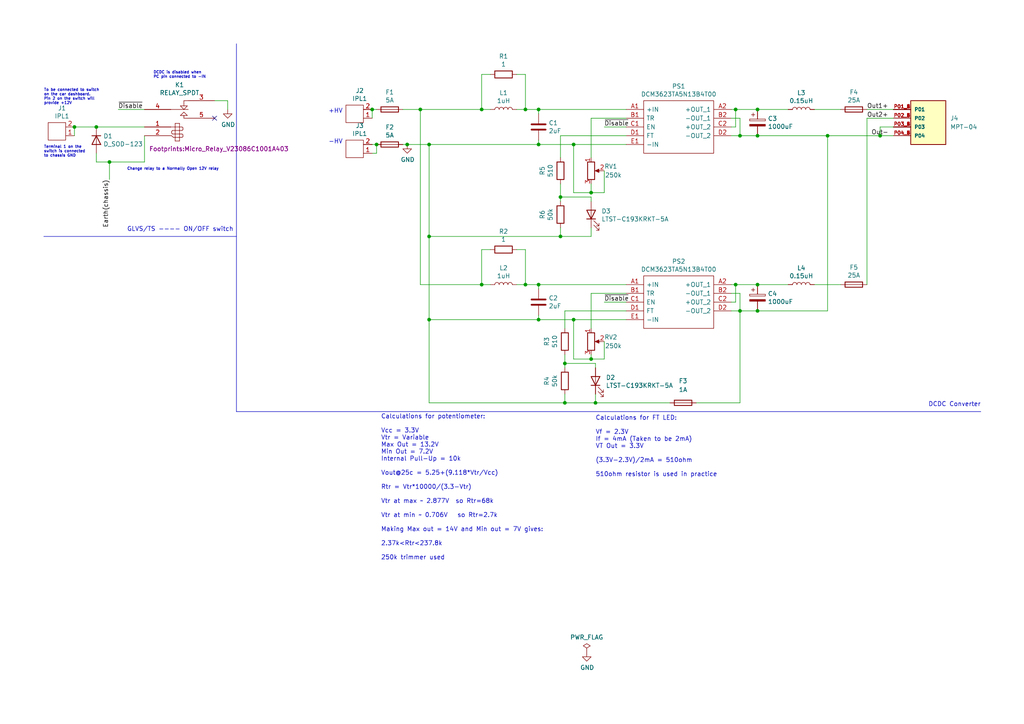
<source format=kicad_sch>
(kicad_sch (version 20220126) (generator eeschema)
  (paper "A4")
  (lib_symbols
    (symbol "DCDCPCB-rescue:IPL1-FormulaStudent-fs-dcdc-converter-rescue" (pin_names (offset 1.016))
      (property "Reference" "J" (at 0 3.81 0))
      (property "Value" "IPL1-FormulaStudent-fs-dcdc-converter-rescue" (at 0 -3.81 0))
      (symbol "IPL1-FormulaStudent-fs-dcdc-converter-rescue_0_1"
        (rectangle (start -2.54 -2.54) (end 2.54 2.54))
      )
      (symbol "IPL1-FormulaStudent-fs-dcdc-converter-rescue_1_1"
        (pin passive line (at -5.08 1.27 0) (length 2.54) (name "~") (number "1"))
        (pin passive line (at -5.08 -1.27 0) (length 2.54) (name "~") (number "2"))
      )
    )
    (symbol "DCDCPCB-rescue:RELAY_SPDT-FormulaStudent-fs-dcdc-converter-rescue" (pin_names (offset 1.016) hide)
      (property "Reference" "K" (at -1.27 2.54 0))
      (property "Value" "RELAY_SPDT-FormulaStudent-fs-dcdc-converter-rescue" (at 3.81 -12.7 0))
      (symbol "RELAY_SPDT-FormulaStudent-fs-dcdc-converter-rescue_0_1"
        (polyline (pts (xy -2.54 -8.89) (xy -2.286 -8.89)))
        (polyline (pts (xy -2.54 -6.35) (xy -1.27 -6.35)))
        (polyline (pts (xy -2.54 -1.27) (xy 1.27 -1.27)))
        (polyline (pts (xy -2.286 -8.89) (xy -1.778 -9.3726)))
        (polyline (pts (xy -2.286 -8.1026) (xy -2.286 -7.62)))
        (polyline (pts (xy -2.032 -8.382) (xy -2.286 -8.1026)))
        (polyline (pts (xy -2.032 -7.366) (xy -2.286 -7.62)))
        (polyline (pts (xy -1.778 -9.3726) (xy -1.27 -9.3726)))
        (polyline (pts (xy -1.27 -10.414) (xy -1.27 -5.3086)))
        (polyline (pts (xy -1.27 -8.382) (xy -2.032 -8.382)))
        (polyline (pts (xy -1.27 -8.382) (xy 0 -8.382)))
        (polyline (pts (xy -1.27 -7.366) (xy -2.032 -7.366)))
        (polyline (pts (xy -1.27 -6.35) (xy 0 -6.35)))
        (polyline (pts (xy -1.27 -5.3086) (xy 0 -5.3086)))
        (polyline (pts (xy 0 -10.414) (xy -1.27 -10.414)))
        (polyline (pts (xy 0 -9.3726) (xy -1.27 -9.3726)))
        (polyline (pts (xy 0 -9.3726) (xy 0.7366 -9.3726)))
        (polyline (pts (xy 0 -8.382) (xy 0.7366 -8.382)))
        (polyline (pts (xy 0 -7.366) (xy -1.27 -7.366)))
        (polyline (pts (xy 0 -7.366) (xy 0.7366 -7.366)))
        (polyline (pts (xy 0 -6.35) (xy 0.7366 -6.35)))
        (polyline (pts (xy 0 -5.3086) (xy 0 -10.414)))
        (polyline (pts (xy 0.254 -3.0226) (xy 2.2606 -3.0226)))
        (polyline (pts (xy 0.254 -0.2286) (xy 2.2606 -0.2286)))
        (polyline (pts (xy 0.7366 -9.3726) (xy 0.9906 -9.144)))
        (polyline (pts (xy 0.7366 -8.382) (xy 0.9906 -8.636)))
        (polyline (pts (xy 0.7366 -7.366) (xy 0.9906 -7.112)))
        (polyline (pts (xy 0.7366 -6.35) (xy 0.9906 -6.5786)))
        (polyline (pts (xy 0.9906 -9.144) (xy 0.9906 -8.636)))
        (polyline (pts (xy 0.9906 -6.5786) (xy 0.9906 -7.112)))
        (polyline (pts (xy 1.27 -3.81) (xy 1.27 -3.302)))
        (polyline (pts (xy 1.27 -3.302) (xy 1.27 -3.0226)))
        (polyline (pts (xy 1.27 -2.032) (xy 0.254 -3.0226)))
        (polyline (pts (xy 1.27 -1.27) (xy 0.254 -0.2286)))
        (polyline (pts (xy 1.27 -1.27) (xy 2.54 -1.27)))
        (polyline (pts (xy 1.27 1.27) (xy 1.27 -0.2286)))
        (polyline (pts (xy 1.27 1.27) (xy 2.54 1.27)))
        (polyline (pts (xy 2.2606 -3.0226) (xy 1.27 -2.032)))
        (polyline (pts (xy 2.2606 -0.2286) (xy 1.27 -1.27)))
        (polyline (pts (xy 2.54 -3.81) (xy 1.27 -3.81)))
      )
      (symbol "RELAY_SPDT-FormulaStudent-fs-dcdc-converter-rescue_1_1"
        (pin input line (at -10.16 -6.35 0) (length 7.62) (name "1") (number "1"))
        (pin input line (at -10.16 -8.89 0) (length 7.62) (name "2") (number "2"))
        (pin passive line (at 10.16 1.27 180) (length 7.62) (name "R1") (number "3"))
        (pin passive line (at -10.16 -1.27 0) (length 7.62) (name "C1") (number "4"))
        (pin passive line (at 10.16 -3.81 180) (length 7.62) (name "T1") (number "5"))
      )
    )
    (symbol "DCM3623TA5N13B4T00:DCM3623TA5N13B4T00" (pin_names (offset 0.762))
      (property "Reference" "PS" (at 26.67 7.62 0))
      (property "Value" "DCM3623TA5N13B4T00_DCM3623TA5N13B4T00" (at 26.67 5.08 0))
      (symbol "DCM3623TA5N13B4T00_0_0"
        (pin passive line (at 0 0 0) (length 5.08) (name "+IN") (number "A1"))
        (pin passive line (at 30.48 0 180) (length 5.08) (name "+OUT_1") (number "A2"))
        (pin passive line (at 0 -2.54 0) (length 5.08) (name "TR") (number "B1"))
        (pin passive line (at 30.48 -2.54 180) (length 5.08) (name "-OUT_1") (number "B2"))
        (pin passive line (at 0 -5.08 0) (length 5.08) (name "EN") (number "C1"))
        (pin passive line (at 30.48 -5.08 180) (length 5.08) (name "+OUT_2") (number "C2"))
        (pin passive line (at 0 -7.62 0) (length 5.08) (name "FT") (number "D1"))
        (pin passive line (at 30.48 -7.62 180) (length 5.08) (name "-OUT_2") (number "D2"))
        (pin passive line (at 0 -10.16 0) (length 5.08) (name "-IN") (number "E1"))
      )
      (symbol "DCM3623TA5N13B4T00_0_1"
        (polyline (pts (xy 5.08 2.54) (xy 25.4 2.54) (xy 25.4 -12.7) (xy 5.08 -12.7) (xy 5.08 2.54)) (stroke (width 0.1524)))
      )
    )
    (symbol "Device:C" (pin_numbers hide) (pin_names (offset 0.254))
      (property "Reference" "C" (at 0.635 2.54 0))
      (property "Value" "C" (at 0.635 -2.54 0))
      (symbol "C_0_1"
        (polyline (pts (xy -2.032 -0.762) (xy 2.032 -0.762)) (stroke (width 0.508)))
        (polyline (pts (xy -2.032 0.762) (xy 2.032 0.762)) (stroke (width 0.508)))
      )
      (symbol "C_1_1"
        (pin passive line (at 0 3.81 270) (length 2.794) (name "~") (number "1"))
        (pin passive line (at 0 -3.81 90) (length 2.794) (name "~") (number "2"))
      )
    )
    (symbol "Device:CP" (pin_numbers hide) (pin_names (offset 0.254))
      (property "Reference" "C" (at 0.635 2.54 0))
      (property "Value" "Device_CP" (at 0.635 -2.54 0))
      (symbol "CP_0_1"
        (rectangle (start -2.286 0.508) (end 2.286 1.016))
        (polyline (pts (xy -1.778 2.286) (xy -0.762 2.286)))
        (polyline (pts (xy -1.27 2.794) (xy -1.27 1.778)))
        (rectangle (start 2.286 -0.508) (end -2.286 -1.016) (fill (type outline)))
      )
      (symbol "CP_1_1"
        (pin passive line (at 0 3.81 270) (length 2.794) (name "~") (number "1"))
        (pin passive line (at 0 -3.81 90) (length 2.794) (name "~") (number "2"))
      )
    )
    (symbol "Device:D" (pin_numbers hide) (pin_names (offset 1.016) hide)
      (property "Reference" "D" (at 0 2.54 0))
      (property "Value" "D" (at 0 -2.54 0))
      (symbol "D_0_1"
        (polyline (pts (xy -1.27 1.27) (xy -1.27 -1.27)) (stroke (width 0.254)))
        (polyline (pts (xy 1.27 0) (xy -1.27 0)))
        (polyline (pts (xy 1.27 1.27) (xy 1.27 -1.27) (xy -1.27 0) (xy 1.27 1.27)) (stroke (width 0.254)))
      )
      (symbol "D_1_1"
        (pin passive line (at -3.81 0 0) (length 2.54) (name "K") (number "1"))
        (pin passive line (at 3.81 0 180) (length 2.54) (name "A") (number "2"))
      )
    )
    (symbol "Device:Fuse" (pin_numbers hide) (pin_names (offset 0))
      (property "Reference" "F" (at 2.032 0 90))
      (property "Value" "Fuse" (at -1.905 0 90))
      (symbol "Fuse_0_1"
        (rectangle (start -0.762 -2.54) (end 0.762 2.54) (stroke (width 0.254)))
        (polyline (pts (xy 0 2.54) (xy 0 -2.54)))
      )
      (symbol "Fuse_1_1"
        (pin passive line (at 0 3.81 270) (length 1.27) (name "~") (number "1"))
        (pin passive line (at 0 -3.81 90) (length 1.27) (name "~") (number "2"))
      )
    )
    (symbol "Device:L" (pin_numbers hide) (pin_names (offset 1.016) hide)
      (property "Reference" "L" (at -1.27 0 90))
      (property "Value" "L" (at 1.905 0 90))
      (symbol "L_0_1"
        (arc (start 0 -2.54) (mid 0.6323 -1.905) (end 0 -1.27))
        (arc (start 0 -1.27) (mid 0.6323 -0.635) (end 0 0))
        (arc (start 0 0) (mid 0.6323 0.635) (end 0 1.27))
        (arc (start 0 1.27) (mid 0.6323 1.905) (end 0 2.54))
      )
      (symbol "L_1_1"
        (pin passive line (at 0 3.81 270) (length 1.27) (name "1") (number "1"))
        (pin passive line (at 0 -3.81 90) (length 1.27) (name "2") (number "2"))
      )
    )
    (symbol "Device:LED" (pin_numbers hide) (pin_names (offset 1.016) hide)
      (property "Reference" "D" (at 0 2.54 0))
      (property "Value" "LED" (at 0 -2.54 0))
      (symbol "LED_0_1"
        (polyline (pts (xy -1.27 -1.27) (xy -1.27 1.27)) (stroke (width 0.254)))
        (polyline (pts (xy -1.27 0) (xy 1.27 0)))
        (polyline (pts (xy 1.27 -1.27) (xy 1.27 1.27) (xy -1.27 0) (xy 1.27 -1.27)) (stroke (width 0.254)))
        (polyline (pts (xy -3.048 -0.762) (xy -4.572 -2.286) (xy -3.81 -2.286) (xy -4.572 -2.286) (xy -4.572 -1.524)))
        (polyline (pts (xy -1.778 -0.762) (xy -3.302 -2.286) (xy -2.54 -2.286) (xy -3.302 -2.286) (xy -3.302 -1.524)))
      )
      (symbol "LED_1_1"
        (pin passive line (at -3.81 0 0) (length 2.54) (name "K") (number "1"))
        (pin passive line (at 3.81 0 180) (length 2.54) (name "A") (number "2"))
      )
    )
    (symbol "Device:R" (pin_numbers hide) (pin_names (offset 0))
      (property "Reference" "R" (at 2.032 0 90))
      (property "Value" "R" (at 0 0 90))
      (symbol "R_0_1"
        (rectangle (start -1.016 -2.54) (end 1.016 2.54) (stroke (width 0.254)))
      )
      (symbol "R_1_1"
        (pin passive line (at 0 3.81 270) (length 1.27) (name "~") (number "1"))
        (pin passive line (at 0 -3.81 90) (length 1.27) (name "~") (number "2"))
      )
    )
    (symbol "Device:R_Potentiometer" (pin_names (offset 1.016) hide)
      (property "Reference" "RV" (at -4.445 0 90))
      (property "Value" "R_Potentiometer" (at -2.54 0 90))
      (symbol "R_Potentiometer_0_1"
        (polyline (pts (xy 2.54 0) (xy 1.524 0)))
        (polyline (pts (xy 1.143 0) (xy 2.286 0.508) (xy 2.286 -0.508) (xy 1.143 0)) (fill (type outline)))
        (rectangle (start 1.016 2.54) (end -1.016 -2.54) (stroke (width 0.254)))
      )
      (symbol "R_Potentiometer_1_1"
        (pin passive line (at 0 3.81 270) (length 1.27) (name "1") (number "1"))
        (pin passive line (at 3.81 0 180) (length 1.27) (name "2") (number "2"))
        (pin passive line (at 0 -3.81 90) (length 1.27) (name "3") (number "3"))
      )
    )
    (symbol "MPT-04-6.30-XX-X-V:MPT-04-6.30-XX-X-V" (pin_names (offset 1.016))
      (property "Reference" "J" (at -5.08 6.35 0))
      (property "Value" "MPT-04-6.30-XX-X-V" (at -5.08 -10.16 0))
      (symbol "MPT-04-6.30-XX-X-V_0_0"
        (rectangle (start -5.08 -7.62) (end 5.08 5.08) (stroke (width 0.254)) (fill (type background)))
        (pin power_in line (at -10.16 2.54 0) (length 5.08) (name "P01") (number "P01_1"))
        (pin power_in line (at -10.16 2.54 0) (length 5.08) (name "P01") (number "P01_2"))
        (pin power_in line (at -10.16 2.54 0) (length 5.08) (name "P01") (number "P01_3"))
        (pin power_in line (at -10.16 2.54 0) (length 5.08) (name "P01") (number "P01_4"))
        (pin power_in line (at -10.16 2.54 0) (length 5.08) (name "P01") (number "P01_5"))
        (pin power_in line (at -10.16 2.54 0) (length 5.08) (name "P01") (number "P01_6"))
        (pin power_in line (at -10.16 0 0) (length 5.08) (name "P02") (number "P02_1"))
        (pin power_in line (at -10.16 0 0) (length 5.08) (name "P02") (number "P02_2"))
        (pin power_in line (at -10.16 0 0) (length 5.08) (name "P02") (number "P02_3"))
        (pin power_in line (at -10.16 0 0) (length 5.08) (name "P02") (number "P02_4"))
        (pin power_in line (at -10.16 0 0) (length 5.08) (name "P02") (number "P02_5"))
        (pin power_in line (at -10.16 0 0) (length 5.08) (name "P02") (number "P02_6"))
        (pin power_in line (at -10.16 -2.54 0) (length 5.08) (name "P03") (number "P03_1"))
        (pin power_in line (at -10.16 -2.54 0) (length 5.08) (name "P03") (number "P03_2"))
        (pin power_in line (at -10.16 -2.54 0) (length 5.08) (name "P03") (number "P03_3"))
        (pin power_in line (at -10.16 -2.54 0) (length 5.08) (name "P03") (number "P03_4"))
        (pin power_in line (at -10.16 -2.54 0) (length 5.08) (name "P03") (number "P03_5"))
        (pin power_in line (at -10.16 -2.54 0) (length 5.08) (name "P03") (number "P03_6"))
        (pin power_in line (at -10.16 -5.08 0) (length 5.08) (name "P04") (number "P04_1"))
        (pin power_in line (at -10.16 -5.08 0) (length 5.08) (name "P04") (number "P04_2"))
        (pin power_in line (at -10.16 -5.08 0) (length 5.08) (name "P04") (number "P04_3"))
        (pin power_in line (at -10.16 -5.08 0) (length 5.08) (name "P04") (number "P04_4"))
        (pin power_in line (at -10.16 -5.08 0) (length 5.08) (name "P04") (number "P04_5"))
        (pin power_in line (at -10.16 -5.08 0) (length 5.08) (name "P04") (number "P04_6"))
      )
    )
    (symbol "power:GND" (power) (pin_names (offset 0))
      (property "Value" "GND" (at 0 -3.81 0))
      (symbol "GND_0_1"
        (polyline (pts (xy 0 0) (xy 0 -1.27) (xy 1.27 -1.27) (xy 0 -2.54) (xy -1.27 -1.27) (xy 0 -1.27)))
      )
      (symbol "GND_1_1"
        (pin power_in line (at 0 0 270) (length 0) hide (name "GND") (number "1"))
      )
    )
    (symbol "power:PWR_FLAG" (power) (pin_numbers hide) (pin_names (offset 0) hide)
      (property "Value" "PWR_FLAG" (at 0 3.81 0))
      (symbol "PWR_FLAG_0_0"
        (pin power_out line (at 0 0 90) (length 0) (name "pwr") (number "1"))
      )
      (symbol "PWR_FLAG_0_1"
        (polyline (pts (xy 0 0) (xy 0 1.27) (xy -1.016 1.905) (xy 0 2.54) (xy 1.016 1.905) (xy 0 1.27)))
      )
    )
  )
  (junction (at 213.36 82.55))
  (junction (at 121.92 31.75))
  (junction (at 152.4 82.55))
  (junction (at 240.03 39.37))
  (junction (at 107.95 31.75))
  (junction (at 255.27 39.37))
  (junction (at 219.71 90.17))
  (junction (at 163.83 105.41))
  (junction (at 139.7 82.55))
  (junction (at 156.21 41.91))
  (junction (at 124.46 92.71))
  (junction (at 156.21 92.71))
  (junction (at 27.94 36.83))
  (junction (at 214.63 39.37))
  (junction (at 162.56 57.15))
  (junction (at 118.11 41.91))
  (junction (at 171.45 55.88))
  (junction (at 166.37 92.71))
  (junction (at 152.4 31.75))
  (junction (at 219.71 39.37))
  (junction (at 172.72 116.84))
  (junction (at 213.36 31.75))
  (junction (at 156.21 31.75))
  (junction (at 21.59 36.83))
  (junction (at 156.21 82.55))
  (junction (at 166.37 41.91))
  (junction (at 31.75 46.99))
  (junction (at 162.56 68.58))
  (junction (at 171.45 104.14))
  (junction (at 139.7 31.75))
  (junction (at 124.46 68.58))
  (junction (at 163.83 116.84))
  (junction (at 109.22 41.91))
  (junction (at 124.46 41.91))
  (junction (at 219.71 31.75))
  (junction (at 214.63 90.17))
  (junction (at 219.71 82.55))
  (no_connect (at 62.23 34.29))
  (wire (pts (xy 156.21 92.71) (xy 166.37 92.71)))
  (wire (pts (xy 152.4 82.55) (xy 156.21 82.55)))
  (wire (pts (xy 212.09 82.55) (xy 213.36 82.55)))
  (wire (pts (xy 251.46 31.75) (xy 259.08 31.75)))
  (wire (pts (xy 162.56 53.34) (xy 162.56 57.15)))
  (wire (pts (xy 175.26 49.53) (xy 175.26 55.88)))
  (wire (pts (xy 171.45 34.29) (xy 171.45 45.72)))
  (wire (pts (xy 213.36 36.83) (xy 213.36 31.75)))
  (wire (pts (xy 228.6 82.55) (xy 219.71 82.55)))
  (wire (pts (xy 109.22 41.91) (xy 109.22 44.45)))
  (wire (pts (xy 255.27 36.83) (xy 255.27 39.37)))
  (wire (pts (xy 41.91 39.37) (xy 41.91 46.99)))
  (wire (pts (xy 41.91 31.75) (xy 34.29 31.75)))
  (wire (pts (xy 212.09 36.83) (xy 213.36 36.83)))
  (wire (pts (xy 213.36 87.63) (xy 213.36 82.55)))
  (wire (pts (xy 124.46 92.71) (xy 124.46 116.84)))
  (wire (pts (xy 156.21 41.91) (xy 156.21 40.64)))
  (wire (pts (xy 142.24 72.39) (xy 139.7 72.39)))
  (wire (pts (xy 236.22 31.75) (xy 243.84 31.75)))
  (wire (pts (xy 142.24 31.75) (xy 139.7 31.75)))
  (wire (pts (xy 171.45 104.14) (xy 171.45 102.87)))
  (wire (pts (xy 201.93 116.84) (xy 214.63 116.84)))
  (wire (pts (xy 163.83 95.25) (xy 163.83 90.17)))
  (wire (pts (xy 163.83 114.3) (xy 163.83 116.84)))
  (wire (pts (xy 139.7 21.59) (xy 142.24 21.59)))
  (wire (pts (xy 162.56 45.72) (xy 162.56 39.37)))
  (wire (pts (xy 181.61 34.29) (xy 171.45 34.29)))
  (wire (pts (xy 124.46 116.84) (xy 163.83 116.84)))
  (wire (pts (xy 213.36 82.55) (xy 219.71 82.55)))
  (wire (pts (xy 172.72 116.84) (xy 194.31 116.84)))
  (wire (pts (xy 175.26 55.88) (xy 171.45 55.88)))
  (wire (pts (xy 162.56 39.37) (xy 181.61 39.37)))
  (wire (pts (xy 107.95 31.75) (xy 109.22 31.75)))
  (polyline (pts (xy 12.7 68.58) (xy 68.58 68.58)))
  (wire (pts (xy 139.7 31.75) (xy 139.7 21.59)))
  (wire (pts (xy 214.63 116.84) (xy 214.63 90.17)))
  (wire (pts (xy 149.86 31.75) (xy 152.4 31.75)))
  (wire (pts (xy 219.71 90.17) (xy 214.63 90.17)))
  (wire (pts (xy 259.08 34.29) (xy 251.46 34.29)))
  (wire (pts (xy 166.37 41.91) (xy 181.61 41.91)))
  (wire (pts (xy 152.4 31.75) (xy 156.21 31.75)))
  (wire (pts (xy 171.45 58.42) (xy 171.45 57.15)))
  (wire (pts (xy 240.03 39.37) (xy 255.27 39.37)))
  (wire (pts (xy 156.21 83.82) (xy 156.21 82.55)))
  (wire (pts (xy 139.7 72.39) (xy 139.7 82.55)))
  (wire (pts (xy 162.56 57.15) (xy 162.56 58.42)))
  (wire (pts (xy 171.45 53.34) (xy 171.45 55.88)))
  (wire (pts (xy 163.83 105.41) (xy 163.83 102.87)))
  (wire (pts (xy 171.45 55.88) (xy 166.37 55.88)))
  (wire (pts (xy 240.03 39.37) (xy 240.03 90.17)))
  (wire (pts (xy 163.83 90.17) (xy 181.61 90.17)))
  (wire (pts (xy 181.61 36.83) (xy 175.26 36.83)))
  (wire (pts (xy 109.22 41.91) (xy 107.95 41.91)))
  (wire (pts (xy 124.46 68.58) (xy 124.46 92.71)))
  (wire (pts (xy 163.83 116.84) (xy 172.72 116.84)))
  (wire (pts (xy 124.46 68.58) (xy 162.56 68.58)))
  (wire (pts (xy 172.72 106.68) (xy 172.72 105.41)))
  (wire (pts (xy 255.27 39.37) (xy 259.08 39.37)))
  (wire (pts (xy 212.09 31.75) (xy 213.36 31.75)))
  (polyline (pts (xy 68.58 119.38) (xy 284.48 119.38)))
  (wire (pts (xy 219.71 31.75) (xy 228.6 31.75)))
  (wire (pts (xy 121.92 31.75) (xy 139.7 31.75)))
  (wire (pts (xy 152.4 21.59) (xy 152.4 31.75)))
  (wire (pts (xy 21.59 36.83) (xy 27.94 36.83)))
  (wire (pts (xy 175.26 104.14) (xy 171.45 104.14)))
  (wire (pts (xy 162.56 68.58) (xy 162.56 66.04)))
  (wire (pts (xy 162.56 57.15) (xy 171.45 57.15)))
  (wire (pts (xy 156.21 31.75) (xy 156.21 33.02)))
  (wire (pts (xy 62.23 29.21) (xy 66.04 29.21)))
  (wire (pts (xy 212.09 34.29) (xy 214.63 34.29)))
  (wire (pts (xy 149.86 21.59) (xy 152.4 21.59)))
  (wire (pts (xy 259.08 36.83) (xy 255.27 36.83)))
  (polyline (pts (xy 68.58 12.7) (xy 68.58 119.38)))
  (wire (pts (xy 156.21 82.55) (xy 181.61 82.55)))
  (wire (pts (xy 107.95 34.29) (xy 107.95 31.75)))
  (wire (pts (xy 166.37 55.88) (xy 166.37 41.91)))
  (wire (pts (xy 152.4 72.39) (xy 152.4 82.55)))
  (wire (pts (xy 116.84 41.91) (xy 118.11 41.91)))
  (wire (pts (xy 107.95 44.45) (xy 109.22 44.45)))
  (wire (pts (xy 156.21 41.91) (xy 166.37 41.91)))
  (wire (pts (xy 175.26 99.06) (xy 175.26 104.14)))
  (wire (pts (xy 212.09 90.17) (xy 214.63 90.17)))
  (wire (pts (xy 156.21 92.71) (xy 156.21 91.44)))
  (wire (pts (xy 124.46 92.71) (xy 156.21 92.71)))
  (wire (pts (xy 181.61 87.63) (xy 175.26 87.63)))
  (wire (pts (xy 124.46 41.91) (xy 124.46 68.58)))
  (wire (pts (xy 156.21 41.91) (xy 124.46 41.91)))
  (wire (pts (xy 219.71 39.37) (xy 214.63 39.37)))
  (wire (pts (xy 31.75 46.99) (xy 41.91 46.99)))
  (wire (pts (xy 149.86 72.39) (xy 152.4 72.39)))
  (wire (pts (xy 156.21 31.75) (xy 181.61 31.75)))
  (wire (pts (xy 166.37 104.14) (xy 166.37 92.71)))
  (wire (pts (xy 149.86 82.55) (xy 152.4 82.55)))
  (wire (pts (xy 181.61 85.09) (xy 171.45 85.09)))
  (wire (pts (xy 41.91 36.83) (xy 27.94 36.83)))
  (wire (pts (xy 139.7 82.55) (xy 142.24 82.55)))
  (wire (pts (xy 251.46 34.29) (xy 251.46 82.55)))
  (wire (pts (xy 171.45 104.14) (xy 166.37 104.14)))
  (wire (pts (xy 121.92 31.75) (xy 121.92 82.55)))
  (wire (pts (xy 116.84 31.75) (xy 121.92 31.75)))
  (wire (pts (xy 172.72 116.84) (xy 172.72 114.3)))
  (wire (pts (xy 240.03 39.37) (xy 219.71 39.37)))
  (wire (pts (xy 121.92 82.55) (xy 139.7 82.55)))
  (wire (pts (xy 214.63 85.09) (xy 212.09 85.09)))
  (wire (pts (xy 236.22 82.55) (xy 243.84 82.55)))
  (wire (pts (xy 163.83 106.68) (xy 163.83 105.41)))
  (wire (pts (xy 172.72 105.41) (xy 163.83 105.41)))
  (wire (pts (xy 214.63 39.37) (xy 214.63 34.29)))
  (wire (pts (xy 27.94 46.99) (xy 27.94 44.45)))
  (wire (pts (xy 240.03 90.17) (xy 219.71 90.17)))
  (wire (pts (xy 118.11 41.91) (xy 124.46 41.91)))
  (wire (pts (xy 214.63 90.17) (xy 214.63 85.09)))
  (wire (pts (xy 66.04 29.21) (xy 66.04 31.75)))
  (wire (pts (xy 27.94 46.99) (xy 31.75 46.99)))
  (wire (pts (xy 213.36 31.75) (xy 219.71 31.75)))
  (wire (pts (xy 212.09 39.37) (xy 214.63 39.37)))
  (wire (pts (xy 212.09 87.63) (xy 213.36 87.63)))
  (wire (pts (xy 31.75 52.07) (xy 31.75 46.99)))
  (wire (pts (xy 171.45 85.09) (xy 171.45 95.25)))
  (wire (pts (xy 21.59 39.37) (xy 21.59 36.83)))
  (wire (pts (xy 171.45 68.58) (xy 162.56 68.58)))
  (wire (pts (xy 171.45 66.04) (xy 171.45 68.58)))
  (wire (pts (xy 166.37 92.71) (xy 181.61 92.71)))
  (text "+HV\n" (at 95.25 33.02 0) (effects (font (size 1.27 1.27)) (justify left bottom)))
  (text "Calculations for FT LED:\n\nVf = 2.3V\nIf = 4mA (Taken to be 2mA)\nVT Out = 3.3V\n\n(3.3V-2.3V)/2mA = 510ohm\n\n510ohm resistor is used in practice" (at 172.72 138.43 0) (effects (font (size 1.27 1.27)) (justify left bottom)))
  (text "Calculations for potentiometer:\n\nVcc = 3.3V\nVtr = Variable\nMax Out = 13.2V\nMin Out = 7.2V\nInternal Pull-Up = 10k\n\nVout@25c = 5.25+(9.118*Vtr/Vcc)\n\nRtr = Vtr*10000/(3.3-Vtr)\n\nVtr at max ~ 2.877V  so Rtr=68k\n\nVtr at min ~ 0.706V   so Rtr=2.7k\n\nMaking Max out = 14V and Min out = 7V gives:\n\n2.37k<Rtr<237.8k\n\n250k trimmer used" (at 110.49 162.56 0) (effects (font (size 1.27 1.27)) (justify left bottom)))
  (text "Terminal 1 on the\nswitch is connected \nto chassis GND" (at 12.7 45.72 0) (effects (font (size 0.7874 0.7874)) (justify left bottom)))
  (text "Change relay to a Normally Open 12V relay\n" (at 36.83 49.53 0) (effects (font (size 0.7874 0.7874)) (justify left bottom)))
  (text "To be connected to switch \non the car dashboard.\nPin 2 on the switch will \nprovide +12V" (at 12.7 30.48 0) (effects (font (size 0.7874 0.7874)) (justify left bottom)))
  (text "DCDC is disabled when\nPC pin connected to -IN" (at 44.45 22.86 0) (effects (font (size 0.7874 0.7874)) (justify left bottom)))
  (text "DCDC Converter\n" (at 269.24 118.11 0) (effects (font (size 1.27 1.27)) (justify left bottom)))
  (text "-HV\n" (at 95.25 41.91 0) (effects (font (size 1.27 1.27)) (justify left bottom)))
  (text "GLVS/TS ---- ON/OFF switch\n" (at 36.83 67.31 0) (effects (font (size 1.27 1.27)) (justify left bottom)))
  (label "~{Disable}" (at 175.26 36.83 0))
  (label "Out2+" (at 251.46 34.29 0))
  (label "Earth(chassis)" (at 31.75 52.07 90))
  (label "Out1+" (at 251.46 31.75 0))
  (label "Out-" (at 252.73 39.37 0))
  (label "~{Disable}" (at 175.26 87.63 0))
  (label "~{Disable}" (at 34.29 31.75 0))
  (symbol (lib_id "DCM3623TA5N13B4T00:DCM3623TA5N13B4T00") (at 181.61 31.75 0) (unit 1)
    (property "Reference" "PS1" (at 196.85 25.019 0))
    (property "Value" "DCM3623TA5N13B4T00" (at 196.85 27.3304 0))
    (property "Footprint" "Footprints:DCM3623TA5N13B4T00Heatsink" (effects hide))
    (property "Datasheet" "http://www.vicorpower.com/documents/datasheets/DCM3623xA5N13B4yzz_ds.pdf" (effects hide))
    (property "Description" "DC DC CONVERTER 12V 240W" (effects hide))
    (property "Height" "7.31" (effects hide))
    (property "Manufacturer_Name" "VICOR" (effects hide))
    (property "Manufacturer_Part_Number" "DCM3623TA5N13B4T00" (effects hide))
    (property "Mouser Part Number" "492-DCM3623TA513B4T0" (effects hide))
    (property "Mouser Price/Stock" "https://www.mouser.co.uk/ProductDetail/Vicor/DCM3623TA5N13B4T00?qs=W0yvOO0ixfHcLrgDOyG9Yg%3D%3D" (effects hide))
  )
  (symbol (lib_id "Device:Fuse") (at 113.03 31.75 270) (unit 1)
    (property "Reference" "F1" (at 113.03 26.7462 90))
    (property "Value" "5A" (at 113.03 29.0576 90))
    (property "Footprint" "Footprints:PCB_Fuse_Holder_MC_69_0013" (effects hide))
  )
  (symbol (lib_id "DCM3623TA5N13B4T00:DCM3623TA5N13B4T00") (at 181.61 82.55 0) (unit 1)
    (property "Reference" "PS2" (at 196.85 75.819 0))
    (property "Value" "DCM3623TA5N13B4T00" (at 196.85 78.1304 0))
    (property "Footprint" "Footprints:DCM3623TA5N13B4T00Heatsink" (effects hide))
    (property "Datasheet" "http://www.vicorpower.com/documents/datasheets/DCM3623xA5N13B4yzz_ds.pdf" (effects hide))
    (property "Description" "DC DC CONVERTER 12V 240W" (effects hide))
    (property "Height" "7.31" (effects hide))
    (property "Manufacturer_Name" "VICOR" (effects hide))
    (property "Manufacturer_Part_Number" "DCM3623TA5N13B4T00" (effects hide))
    (property "Mouser Part Number" "492-DCM3623TA513B4T0" (effects hide))
    (property "Mouser Price/Stock" "https://www.mouser.co.uk/ProductDetail/Vicor/DCM3623TA5N13B4T00?qs=W0yvOO0ixfHcLrgDOyG9Yg%3D%3D" (effects hide))
  )
  (symbol (lib_id "Device:L") (at 146.05 31.75 90) (unit 1)
    (property "Reference" "L1" (at 146.05 26.924 90))
    (property "Value" "1uH" (at 146.05 29.2354 90))
    (property "Footprint" "Footprints:1uHInductor" (effects hide))
  )
  (symbol (lib_id "Device:R") (at 146.05 21.59 270) (unit 1)
    (property "Reference" "R1" (at 146.05 16.3322 90))
    (property "Value" "1" (at 146.05 18.6436 90))
    (property "Footprint" "Resistor_SMD:R_1206_3216Metric" (effects hide))
  )
  (symbol (lib_id "Device:C") (at 156.21 36.83 0) (unit 1)
    (property "Reference" "C1" (at 159.131 35.6616 0) (effects (justify left)))
    (property "Value" "2uF" (at 159.131 37.973 0) (effects (justify left)))
    (property "Footprint" "Capacitor_SMD:C_2220_5650Metric" (effects hide))
  )
  (symbol (lib_id "Device:CP") (at 219.71 35.56 0) (unit 1)
    (property "Reference" "C3" (at 222.7072 34.3916 0) (effects (justify left)))
    (property "Value" "1000uF" (at 222.7072 36.703 0) (effects (justify left)))
    (property "Footprint" "Footprints:CAP_EEVTG1E102M" (effects hide))
  )
  (symbol (lib_id "Device:L") (at 232.41 31.75 90) (unit 1)
    (property "Reference" "L3" (at 232.41 26.924 90))
    (property "Value" "0.15uH" (at 232.41 29.2354 90))
    (property "Footprint" "Footprints:0.15UInductor" (effects hide))
  )
  (symbol (lib_id "Device:CP") (at 219.71 86.36 0) (unit 1)
    (property "Reference" "C4" (at 222.7072 85.1916 0) (effects (justify left)))
    (property "Value" "1000uF" (at 222.7072 87.503 0) (effects (justify left)))
    (property "Footprint" "Footprints:CAP_EEVTG1E102M" (effects hide))
  )
  (symbol (lib_id "Device:L") (at 232.41 82.55 90) (unit 1)
    (property "Reference" "L4" (at 232.41 77.724 90))
    (property "Value" "0.15uH" (at 232.41 80.0354 90))
    (property "Footprint" "Footprints:0.15UInductor" (effects hide))
  )
  (symbol (lib_id "Device:L") (at 146.05 82.55 90) (unit 1)
    (property "Reference" "L2" (at 146.05 77.724 90))
    (property "Value" "1uH" (at 146.05 80.0354 90))
    (property "Footprint" "Footprints:1uHInductor" (effects hide))
  )
  (symbol (lib_id "Device:R") (at 146.05 72.39 270) (unit 1)
    (property "Reference" "R2" (at 146.05 67.1322 90))
    (property "Value" "1" (at 146.05 69.4436 90))
    (property "Footprint" "Resistor_SMD:R_1206_3216Metric" (effects hide))
  )
  (symbol (lib_id "Device:C") (at 156.21 87.63 0) (unit 1)
    (property "Reference" "C2" (at 159.131 86.4616 0) (effects (justify left)))
    (property "Value" "2uF" (at 159.131 88.773 0) (effects (justify left)))
    (property "Footprint" "Capacitor_SMD:C_2220_5650Metric" (effects hide))
  )
  (symbol (lib_id "DCDCPCB-rescue:IPL1-FormulaStudent-fs-dcdc-converter-rescue") (at 16.51 38.1 180) (unit 1)
    (property "Reference" "J1" (at 17.9832 31.369 0))
    (property "Value" "IPL1" (at 17.9832 33.6804 0))
    (property "Footprint" "Footprints:SAMTEC_IPL1-102-01-L-S-K" (effects hide))
  )
  (symbol (lib_id "DCDCPCB-rescue:RELAY_SPDT-FormulaStudent-fs-dcdc-converter-rescue") (at 52.07 30.48 0) (unit 1)
    (property "Reference" "K1" (at 52.07 24.6126 0))
    (property "Value" "RELAY_SPDT" (at 52.07 26.924 0))
    (property "Footprint" "Footprints:Micro_Relay_V23086C1001A403" (at 63.5 43.18 0))
  )
  (symbol (lib_id "DCDCPCB-rescue:IPL1-FormulaStudent-fs-dcdc-converter-rescue") (at 102.87 33.02 180) (unit 1)
    (property "Reference" "J2" (at 104.3432 26.289 0))
    (property "Value" "IPL1" (at 104.3432 28.6004 0))
    (property "Footprint" "Footprints:SAMTEC_IPL1-102-01-L-S-K" (effects hide))
  )
  (symbol (lib_id "DCDCPCB-rescue:IPL1-FormulaStudent-fs-dcdc-converter-rescue") (at 102.87 43.18 180) (unit 1)
    (property "Reference" "J3" (at 104.3432 36.449 0))
    (property "Value" "IPL1" (at 104.3432 38.7604 0))
    (property "Footprint" "Footprints:SAMTEC_IPL1-102-01-L-S-K" (effects hide))
  )
  (symbol (lib_id "Device:D") (at 27.94 40.64 270) (unit 1)
    (property "Reference" "D1" (at 29.972 39.4716 90) (effects (justify left)))
    (property "Value" "D_SOD-123" (at 29.972 41.783 90) (effects (justify left)))
    (property "Footprint" "Diode_SMD:D_SOD-123" (effects hide))
  )
  (symbol (lib_id "power:GND") (at 66.04 31.75 0) (unit 1)
    (property "Reference" "#PWR01" (effects hide))
    (property "Value" "GND" (at 66.167 36.1442 0))
  )
  (symbol (lib_id "power:GND") (at 118.11 41.91 0) (unit 1)
    (property "Reference" "#PWR02" (effects hide))
    (property "Value" "GND" (at 118.237 46.3042 0))
  )
  (symbol (lib_id "Device:R") (at 163.83 99.06 0) (unit 1)
    (property "Reference" "R3" (at 158.5722 99.06 90))
    (property "Value" "510" (at 160.8836 99.06 90))
    (property "Footprint" "Resistor_SMD:R_0603_1608Metric" (effects hide))
  )
  (symbol (lib_id "Device:R") (at 163.83 110.49 0) (unit 1)
    (property "Reference" "R4" (at 158.5722 110.49 90))
    (property "Value" "50k" (at 160.8836 110.49 90))
    (property "Footprint" "Resistor_SMD:R_0603_1608Metric" (effects hide))
  )
  (symbol (lib_id "Device:LED") (at 172.72 110.49 90) (unit 1)
    (property "Reference" "D2" (at 175.7172 109.4994 90) (effects (justify right)))
    (property "Value" "LTST-C193KRKT-5A" (at 175.7172 111.8108 90) (effects (justify right)))
    (property "Footprint" "LED_SMD:LED_0603_1608Metric" (effects hide))
  )
  (symbol (lib_id "Device:Fuse") (at 113.03 41.91 270) (unit 1)
    (property "Reference" "F2" (at 113.03 36.9062 90))
    (property "Value" "5A" (at 113.03 39.2176 90))
    (property "Footprint" "Footprints:PCB_Fuse_Holder_MC_69_0013" (effects hide))
  )
  (symbol (lib_id "power:GND") (at 170.18 189.23 0) (unit 1)
    (property "Reference" "#PWR03" (effects hide))
    (property "Value" "GND" (at 170.307 193.6242 0))
  )
  (symbol (lib_id "power:PWR_FLAG") (at 170.18 189.23 0) (unit 1)
    (property "Reference" "#FLG01" (effects hide))
    (property "Value" "PWR_FLAG" (at 170.18 184.8358 0))
  )
  (symbol (lib_id "Device:Fuse") (at 247.65 82.55 270) (unit 1)
    (property "Reference" "F5" (at 247.65 77.5462 90))
    (property "Value" "25A" (at 247.65 79.8576 90))
    (property "Footprint" "Footprints:3568" (effects hide))
  )
  (symbol (lib_id "Device:R") (at 162.56 62.23 0) (unit 1)
    (property "Reference" "R6" (at 157.3022 62.23 90))
    (property "Value" "50k" (at 159.6136 62.23 90))
    (property "Footprint" "Resistor_SMD:R_0603_1608Metric" (effects hide))
  )
  (symbol (lib_id "Device:LED") (at 171.45 62.23 90) (unit 1)
    (property "Reference" "D3" (at 174.4472 61.2394 90) (effects (justify right)))
    (property "Value" "LTST-C193KRKT-5A" (at 174.4472 63.5508 90) (effects (justify right)))
    (property "Footprint" "LED_SMD:LED_0603_1608Metric" (effects hide))
  )
  (symbol (lib_id "Device:R_Potentiometer") (at 171.45 49.53 0) (unit 1)
    (property "Reference" "RV1" (at 179.07 48.26 0) (effects (justify right)))
    (property "Value" "250k" (at 180.34 50.8 0) (effects (justify right)))
    (property "Footprint" "Footprints:TS63Y254KT20" (effects hide))
    (property "Datasheet" "https://www.mouser.co.uk/datasheet/2/427/VISH_S_A0006600877_1-2569993.pdf" (effects hide))
  )
  (symbol (lib_id "Device:R") (at 162.56 49.53 0) (unit 1)
    (property "Reference" "R5" (at 157.3022 49.53 90))
    (property "Value" "510" (at 159.6136 49.53 90))
    (property "Footprint" "Resistor_SMD:R_0603_1608Metric" (effects hide))
  )
  (symbol (lib_id "MPT-04-6.30-XX-X-V:MPT-04-6.30-XX-X-V") (at 269.24 34.29 0) (unit 1)
    (property "Reference" "J4" (at 275.59 34.2899 0) (effects (justify left)))
    (property "Value" "MPT-04" (at 275.59 36.8299 0) (effects (justify left)))
    (property "Footprint" "Footprints:SAMTEC_MPT-04-6.30-XX-X-V" (effects hide))
    (property "MANUFACTURER" "Samtec" (effects hide))
    (property "MAXIMUM_PACKAGE_HEIGHT" "11.38 mm" (effects hide))
    (property "PARTREV" "E" (effects hide))
    (property "STANDARD" "Manufacturer Recommendations" (effects hide))
  )
  (symbol (lib_id "Device:Fuse") (at 247.65 31.75 270) (unit 1)
    (property "Reference" "F4" (at 247.65 26.7462 90))
    (property "Value" "25A" (at 247.65 29.0576 90))
    (property "Footprint" "Footprints:3568" (effects hide))
  )
  (symbol (lib_id "Device:R_Potentiometer") (at 171.45 99.06 0) (unit 1)
    (property "Reference" "RV2" (at 179.07 97.79 0) (effects (justify right)))
    (property "Value" "250k" (at 180.34 100.33 0) (effects (justify right)))
    (property "Footprint" "Footprints:TS63Y254KT20" (effects hide))
    (property "Datasheet" "https://www.mouser.co.uk/datasheet/2/427/VISH_S_A0006600877_1-2569993.pdf" (effects hide))
  )
  (symbol (lib_id "Device:Fuse") (at 198.12 116.84 90) (unit 1)
    (property "Reference" "F3" (at 198.12 110.49 90))
    (property "Value" "1A" (at 198.12 113.03 90))
    (property "Footprint" "Diode_SMD:D_1206_3216Metric" (effects hide))
  )
)
</source>
